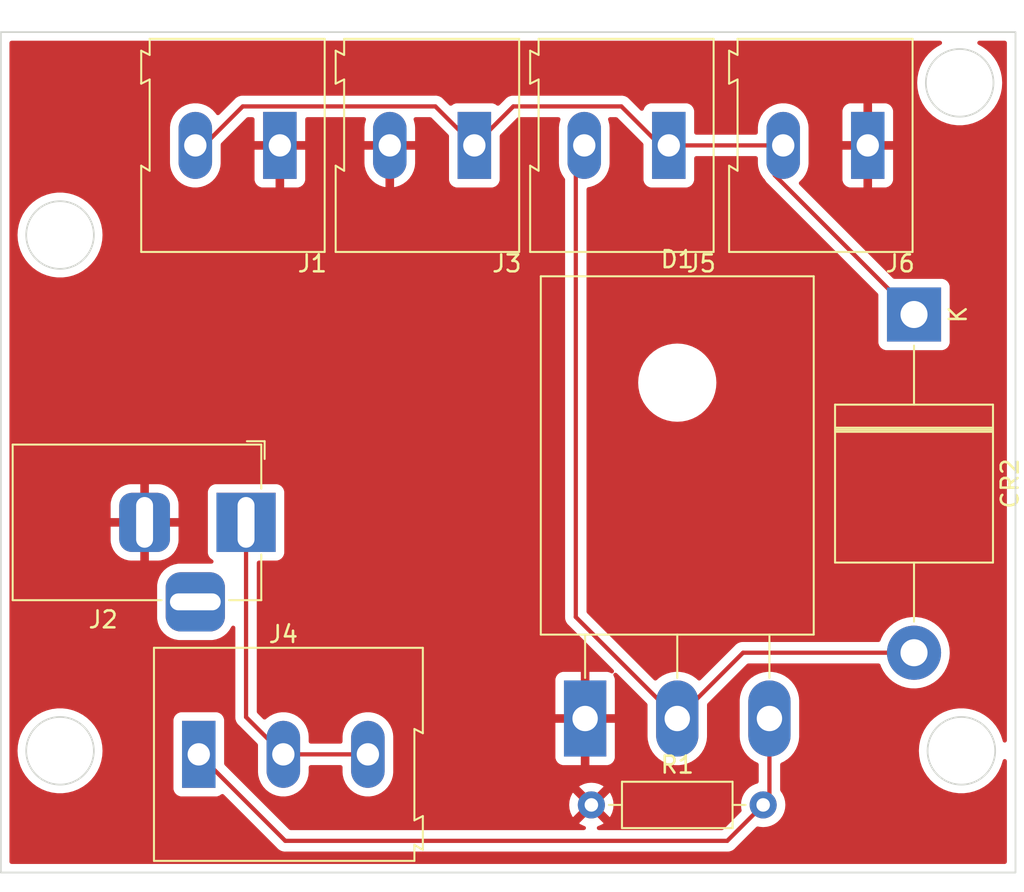
<source format=kicad_pcb>
(kicad_pcb (version 20211014) (generator pcbnew)
  (layers (0 "F.Cu" signal) (31 "B.Cu" signal) (34 "B.Paste" user) (35 "F.Paste" user) (36 "B.SilkS" user "B.Silkscreen") (37 "F.SilkS" user "F.Silkscreen") (38 "B.Mask" user) (39 "F.Mask" user) (44 "Edge.Cuts" user))
  (net 0 "")
  (net 1 "/+390V")
  (net 2 "/0V")
  (net 3 "Net-(CR2-Pad2)")
  (net 4 "Net-(D1-Pad3)")
  (net 5 "/+6V")
  (footprint "Connector_BarrelJack:BarrelJack_Horizontal" (layer "F.Cu") (at 114.5 116.2925)
    (fp_text reference "J2" (at -8.45 5.75) (layer "F.SilkS"))
    (fp_text value "6VIN")
    (fp_line (start 0.9 -4.6) (end 0.9 -2) (layer "F.SilkS") (width 0.12))
    (fp_line (start -13.8 -4.6) (end 0.9 -4.6) (layer "F.SilkS") (width 0.12))
    (fp_line (start 0.05 -4.8) (end 1.1 -4.8) (layer "F.SilkS") (width 0.12))
    (fp_line (start 1.1 -3.75) (end 1.1 -4.8) (layer "F.SilkS") (width 0.12))
    (fp_line (start 0.9 1.9) (end 0.9 4.6) (layer "F.SilkS") (width 0.12))
    (fp_line (start -13.8 4.6) (end -13.8 -4.6) (layer "F.SilkS") (width 0.12))
    (fp_line (start 0.9 4.6) (end -1 4.6) (layer "F.SilkS") (width 0.12))
    (fp_line (start -5 4.6) (end -13.8 4.6) (layer "F.SilkS") (width 0.12))
    (pad "1" thru_hole rect (at 0 0) (size 3.5 3.5) (drill oval 1 3) (layers *.Cu *.Mask) (net 5 "/+6V"))
    (pad "2" thru_hole roundrect (at -6 0) (size 3 3.5) (drill oval 1 3) (layers *.Cu *.Mask) (net 2 "/0V"))
    (pad "3" thru_hole roundrect (at -3 4.7) (size 3.5 3.5) (drill oval 3 1) (layers *.Cu *.Mask))
  )
  (footprint "TerminalBlock:TerminalBlock_Altech_AK300-2_P5.00mm" (layer "F.Cu") (at 151.265 94 180)
    (fp_text reference "J6" (at -1.92 -6.99) (layer "F.SilkS"))
    (fp_text value "Capacitor")
    (fp_line (start 7.7 3.9) (end 7.7 -1.5) (layer "F.SilkS") (width 0.12))
    (fp_line (start 7.7 5.35) (end 8.2 5.6) (layer "F.SilkS") (width 0.12))
    (fp_line (start 8.2 5.6) (end 8.2 3.7) (layer "F.SilkS") (width 0.12))
    (fp_line (start 8.2 -1.2) (end 8.2 -6.3) (layer "F.SilkS") (width 0.12))
    (fp_line (start -2.65 6.3) (end 7.7 6.3) (layer "F.SilkS") (width 0.12))
    (fp_line (start 8.2 3.7) (end 8.2 3.65) (layer "F.SilkS") (width 0.12))
    (fp_line (start 8.2 3.65) (end 7.7 3.9) (layer "F.SilkS") (width 0.12))
    (fp_line (start 7.7 -1.5) (end 8.2 -1.2) (layer "F.SilkS") (width 0.12))
    (fp_line (start 7.7 6.3) (end 7.7 5.35) (layer "F.SilkS") (width 0.12))
    (fp_line (start -2.65 -6.3) (end -2.65 6.3) (layer "F.SilkS") (width 0.12))
    (fp_line (start 8.2 -6.3) (end -2.65 -6.3) (layer "F.SilkS") (width 0.12))
    (pad "1" thru_hole rect (at 0 0 180) (size 1.98 3.96) (drill 1.32) (layers *.Cu *.Mask) (net 2 "/0V"))
    (pad "2" thru_hole oval (at 5 0 180) (size 1.98 3.96) (drill 1.32) (layers *.Cu *.Mask) (net 1 "/+390V"))
  )
  (footprint "Package_TO_SOT_THT:TO-247-3_Horizontal_TabDown" (layer "F.Cu") (at 134.55 127.89)
    (fp_text reference "D1" (at 5.45 -27.15) (layer "F.SilkS"))
    (fp_text value "Q_SCR_KAG")
    (fp_line (start 10.9 -4.96) (end 10.9 -2.4) (layer "F.SilkS") (width 0.12))
    (fp_line (start -2.62 -26.15) (end 13.52 -26.15) (layer "F.SilkS") (width 0.12))
    (fp_line (start 13.52 -26.15) (end 13.52 -4.96) (layer "F.SilkS") (width 0.12))
    (fp_line (start -2.62 -26.15) (end -2.62 -4.96) (layer "F.SilkS") (width 0.12))
    (fp_line (start -2.62 -4.96) (end 13.52 -4.96) (layer "F.SilkS") (width 0.12))
    (fp_line (start 0 -4.96) (end 0 -2.4) (layer "F.SilkS") (width 0.12))
    (fp_line (start 5.45 -4.96) (end 5.45 -2.4) (layer "F.SilkS") (width 0.12))
    (pad "" np_thru_hole oval (at 5.45 -19.86) (size 3.6 3.6) (drill 3.6) (layers *.Cu *.Mask))
    (pad "1" thru_hole rect (at 0 0) (size 2.5 4.5) (drill 1.5) (layers *.Cu *.Mask) (net 2 "/0V"))
    (pad "2" thru_hole oval (at 5.45 0) (size 2.5 4.5) (drill 1.5) (layers *.Cu *.Mask) (net 3 "Net-(CR2-Pad2)"))
    (pad "3" thru_hole oval (at 10.9 0) (size 2.5 4.5) (drill 1.5) (layers *.Cu *.Mask) (net 4 "Net-(D1-Pad3)"))
  )
  (footprint "TerminalBlock:TerminalBlock_Altech_AK300-2_P5.00mm" (layer "F.Cu") (at 116.5 94 180)
    (fp_text reference "J1" (at -1.92 -6.99) (layer "F.SilkS"))
    (fp_text value "Boost Converter")
    (fp_line (start -2.65 6.3) (end 7.7 6.3) (layer "F.SilkS") (width 0.12))
    (fp_line (start -2.65 -6.3) (end -2.65 6.3) (layer "F.SilkS") (width 0.12))
    (fp_line (start 8.2 -1.2) (end 8.2 -6.3) (layer "F.SilkS") (width 0.12))
    (fp_line (start 8.2 -6.3) (end -2.65 -6.3) (layer "F.SilkS") (width 0.12))
    (fp_line (start 7.7 5.35) (end 8.2 5.6) (layer "F.SilkS") (width 0.12))
    (fp_line (start 8.2 5.6) (end 8.2 3.7) (layer "F.SilkS") (width 0.12))
    (fp_line (start 7.7 3.9) (end 7.7 -1.5) (layer "F.SilkS") (width 0.12))
    (fp_line (start 7.7 6.3) (end 7.7 5.35) (layer "F.SilkS") (width 0.12))
    (fp_line (start 8.2 3.7) (end 8.2 3.65) (layer "F.SilkS") (width 0.12))
    (fp_line (start 8.2 3.65) (end 7.7 3.9) (layer "F.SilkS") (width 0.12))
    (fp_line (start 7.7 -1.5) (end 8.2 -1.2) (layer "F.SilkS") (width 0.12))
    (pad "1" thru_hole rect (at 0 0 180) (size 1.98 3.96) (drill 1.32) (layers *.Cu *.Mask) (net 2 "/0V"))
    (pad "2" thru_hole oval (at 5 0 180) (size 1.98 3.96) (drill 1.32) (layers *.Cu *.Mask) (net 1 "/+390V"))
  )
  (footprint "TerminalBlock:TerminalBlock_Altech_AK300-3_P5.00mm" (layer "F.Cu") (at 111.705 130.01)
    (fp_text reference "J4" (at 5 -7.1) (layer "F.SilkS"))
    (fp_text value "Photosensor")
    (fp_line (start 12.75 3.9) (end 12.75 -1.5) (layer "F.SilkS") (width 0.12))
    (fp_line (start 12.75 5.35) (end 13.25 5.65) (layer "F.SilkS") (width 0.12))
    (fp_line (start 13.25 -1.25) (end 13.25 -6.3) (layer "F.SilkS") (width 0.12))
    (fp_line (start -2.65 6.3) (end 12.75 6.3) (layer "F.SilkS") (width 0.12))
    (fp_line (start 13.25 -6.3) (end -2.65 -6.3) (layer "F.SilkS") (width 0.12))
    (fp_line (start 12.75 -1.5) (end 13.25 -1.25) (layer "F.SilkS") (width 0.12))
    (fp_line (start 13.25 5.65) (end 13.25 3.65) (layer "F.SilkS") (width 0.12))
    (fp_line (start 13.25 3.65) (end 12.75 3.9) (layer "F.SilkS") (width 0.12))
    (fp_line (start -2.65 -6.3) (end -2.65 6.3) (layer "F.SilkS") (width 0.12))
    (fp_line (start 12.75 6.3) (end 12.75 5.35) (layer "F.SilkS") (width 0.12))
    (pad "1" thru_hole rect (at 0 0) (size 1.98 3.96) (drill 1.32) (layers *.Cu *.Mask) (net 4 "Net-(D1-Pad3)"))
    (pad "2" thru_hole oval (at 5 0) (size 1.98 3.96) (drill 1.32) (layers *.Cu *.Mask) (net 5 "/+6V"))
    (pad "3" thru_hole oval (at 10 0) (size 1.98 3.96) (drill 1.32) (layers *.Cu *.Mask) (net 5 "/+6V"))
  )
  (footprint "TerminalBlock:TerminalBlock_Altech_AK300-2_P5.00mm" (layer "F.Cu") (at 139.5 94 180)
    (fp_text reference "J5" (at -1.92 -6.99) (layer "F.SilkS"))
    (fp_text value "Coil")
    (fp_line (start 7.7 5.35) (end 8.2 5.6) (layer "F.SilkS") (width 0.12))
    (fp_line (start -2.65 6.3) (end 7.7 6.3) (layer "F.SilkS") (width 0.12))
    (fp_line (start 7.7 6.3) (end 7.7 5.35) (layer "F.SilkS") (width 0.12))
    (fp_line (start 7.7 3.9) (end 7.7 -1.5) (layer "F.SilkS") (width 0.12))
    (fp_line (start 7.7 -1.5) (end 8.2 -1.2) (layer "F.SilkS") (width 0.12))
    (fp_line (start 8.2 -6.3) (end -2.65 -6.3) (layer "F.SilkS") (width 0.12))
    (fp_line (start 8.2 -1.2) (end 8.2 -6.3) (layer "F.SilkS") (width 0.12))
    (fp_line (start 8.2 3.7) (end 8.2 3.65) (layer "F.SilkS") (width 0.12))
    (fp_line (start 8.2 3.65) (end 7.7 3.9) (layer "F.SilkS") (width 0.12))
    (fp_line (start -2.65 -6.3) (end -2.65 6.3) (layer "F.SilkS") (width 0.12))
    (fp_line (start 8.2 5.6) (end 8.2 3.7) (layer "F.SilkS") (width 0.12))
    (pad "1" thru_hole rect (at 0 0 180) (size 1.98 3.96) (drill 1.32) (layers *.Cu *.Mask) (net 1 "/+390V"))
    (pad "2" thru_hole oval (at 5 0 180) (size 1.98 3.96) (drill 1.32) (layers *.Cu *.Mask) (net 3 "Net-(CR2-Pad2)"))
  )
  (footprint "TerminalBlock:TerminalBlock_Altech_AK300-2_P5.00mm" (layer "F.Cu") (at 128 94 180)
    (fp_text reference "J3" (at -1.92 -6.99) (layer "F.SilkS"))
    (fp_text value "Bar Graph")
    (fp_line (start 7.7 3.9) (end 7.7 -1.5) (layer "F.SilkS") (width 0.12))
    (fp_line (start 8.2 5.6) (end 8.2 3.7) (layer "F.SilkS") (width 0.12))
    (fp_line (start 7.7 6.3) (end 7.7 5.35) (layer "F.SilkS") (width 0.12))
    (fp_line (start -2.65 -6.3) (end -2.65 6.3) (layer "F.SilkS") (width 0.12))
    (fp_line (start 7.7 5.35) (end 8.2 5.6) (layer "F.SilkS") (width 0.12))
    (fp_line (start 8.2 -1.2) (end 8.2 -6.3) (layer "F.SilkS") (width 0.12))
    (fp_line (start 8.2 3.65) (end 7.7 3.9) (layer "F.SilkS") (width 0.12))
    (fp_line (start 8.2 -6.3) (end -2.65 -6.3) (layer "F.SilkS") (width 0.12))
    (fp_line (start 7.7 -1.5) (end 8.2 -1.2) (layer "F.SilkS") (width 0.12))
    (fp_line (start -2.65 6.3) (end 7.7 6.3) (layer "F.SilkS") (width 0.12))
    (fp_line (start 8.2 3.7) (end 8.2 3.65) (layer "F.SilkS") (width 0.12))
    (pad "1" thru_hole rect (at 0 0 180) (size 1.98 3.96) (drill 1.32) (layers *.Cu *.Mask) (net 1 "/+390V"))
    (pad "2" thru_hole oval (at 5 0 180) (size 1.98 3.96) (drill 1.32) (layers *.Cu *.Mask) (net 2 "/0V"))
  )
  (footprint "Resistor_THT:R_Axial_DIN0207_L6.3mm_D2.5mm_P10.16mm_Horizontal" (layer "F.Cu") (at 134.92 133)
    (fp_text reference "R1" (at 5.08 -2.37) (layer "F.SilkS"))
    (fp_text value "10R")
    (fp_line (start 1.81 1.37) (end 8.35 1.37) (layer "F.SilkS") (width 0.12))
    (fp_line (start 9.12 0) (end 8.35 0) (layer "F.SilkS") (width 0.12))
    (fp_line (start 1.81 -1.37) (end 1.81 1.37) (layer "F.SilkS") (width 0.12))
    (fp_line (start 8.35 1.37) (end 8.35 -1.37) (layer "F.SilkS") (width 0.12))
    (fp_line (start 1.04 0) (end 1.81 0) (layer "F.SilkS") (width 0.12))
    (fp_line (start 8.35 -1.37) (end 1.81 -1.37) (layer "F.SilkS") (width 0.12))
    (pad "1" thru_hole circle (at 0 0) (size 1.6 1.6) (drill 0.8) (layers *.Cu *.Mask) (net 2 "/0V"))
    (pad "2" thru_hole oval (at 10.16 0) (size 1.6 1.6) (drill 0.8) (layers *.Cu *.Mask) (net 4 "Net-(D1-Pad3)"))
  )
  (footprint "Diode_THT:D_P600_R-6_P20.00mm_Horizontal" (layer "F.Cu") (at 154 104 -90)
    (fp_text reference "CR2" (at 10 -5.67 90) (layer "F.SilkS"))
    (fp_text value "6A10-G")
    (fp_text user "K" (at 0 -2.6 90) (layer "F.SilkS"))
    (fp_line (start 14.67 -4.67) (end 5.33 -4.67) (layer "F.SilkS") (width 0.12))
    (fp_line (start 6.695 -4.67) (end 6.695 4.67) (layer "F.SilkS") (width 0.12))
    (fp_line (start 14.67 4.67) (end 14.67 -4.67) (layer "F.SilkS") (width 0.12))
    (fp_line (start 6.815 -4.67) (end 6.815 4.67) (layer "F.SilkS") (width 0.12))
    (fp_line (start 5.33 -4.67) (end 5.33 4.67) (layer "F.SilkS") (width 0.12))
    (fp_line (start 6.935 -4.67) (end 6.935 4.67) (layer "F.SilkS") (width 0.12))
    (fp_line (start 1.84 0) (end 5.33 0) (layer "F.SilkS") (width 0.12))
    (fp_line (start 18.16 0) (end 14.67 0) (layer "F.SilkS") (width 0.12))
    (fp_line (start 5.33 4.67) (end 14.67 4.67) (layer "F.SilkS") (width 0.12))
    (pad "1" thru_hole rect (at 0 0 270) (size 3.2 3.2) (drill 1.6) (layers *.Cu *.Mask) (net 1 "/+390V"))
    (pad "2" thru_hole oval (at 20 0 270) (size 3.2 3.2) (drill 1.6) (layers *.Cu *.Mask) (net 3 "Net-(CR2-Pad2)"))
  )
  (gr_circle (center 156.8 129.8) (end 158.8 129.8) (layer "Edge.Cuts") (width 0.1) (fill none))
  (gr_circle (center 103.5 99.3) (end 105.5 99.3) (layer "Edge.Cuts") (width 0.1) (fill none))
  (gr_circle (center 156.7 90.3) (end 158.7 90.3) (layer "Edge.Cuts") (width 0.1) (fill none))
  (gr_rect (start 100 87.3) (end 160 137) (layer "Edge.Cuts") (width 0.1) (fill none))
  (gr_circle (center 103.5 129.8) (end 105.5 129.8) (layer "Edge.Cuts") (width 0.1) (fill none))
  (segment (start 112 94) (end 114.305 91.695) (width 0.25) (layer "F.Cu") (net 1))
  (segment (start 130.305 91.695) (end 136.695 91.695) (width 0.25) (layer "F.Cu") (net 1))
  (segment (start 154 104) (end 145.765 95.765) (width 0.25) (layer "F.Cu") (net 1))
  (segment (start 128 94) (end 130.305 91.695) (width 0.25) (layer "F.Cu") (net 1))
  (segment (start 145.765 95.765) (end 145.765 94) (width 0.25) (layer "F.Cu") (net 1))
  (segment (start 136.695 91.695) (end 139 94) (width 0.25) (layer "F.Cu") (net 1))
  (segment (start 139 94) (end 145.765 94) (width 0.25) (layer "F.Cu") (net 1))
  (segment (start 125.695 91.695) (end 128 94) (width 0.25) (layer "F.Cu") (net 1))
  (segment (start 114.305 91.695) (end 125.695 91.695) (width 0.25) (layer "F.Cu") (net 1))
  (segment (start 134 94) (end 134 121.89) (width 0.25) (layer "F.Cu") (net 3))
  (segment (start 143.89 124) (end 140 127.89) (width 0.25) (layer "F.Cu") (net 3))
  (segment (start 154 124) (end 143.89 124) (width 0.25) (layer "F.Cu") (net 3))
  (segment (start 134 121.89) (end 140 127.89) (width 0.25) (layer "F.Cu") (net 3))
  (segment (start 145.08 133) (end 145.45 132.63) (width 0.25) (layer "F.Cu") (net 4))
  (segment (start 111.705 130.01) (end 116.82 135.125) (width 0.25) (layer "F.Cu") (net 4))
  (segment (start 142.955 135.125) (end 145.08 133) (width 0.25) (layer "F.Cu") (net 4))
  (segment (start 145.45 132.63) (end 145.45 127.89) (width 0.25) (layer "F.Cu") (net 4))
  (segment (start 116.82 135.125) (end 142.955 135.125) (width 0.25) (layer "F.Cu") (net 4))
  (segment (start 114.5 116.2925) (end 114.5 127.805) (width 0.25) (layer "F.Cu") (net 5))
  (segment (start 114.5 127.805) (end 116.705 130.01) (width 0.25) (layer "F.Cu") (net 5))
  (segment (start 116.705 130.01) (end 121.705 130.01) (width 0.25) (layer "F.Cu") (net 5))
  (zone (net 2) (net_name "/0V") (layer "F.Cu") (connect_pads (clearance 0.508)) (min_thickness 0.254) (fill yes (thermal_gap 0.508) (thermal_bridge_width 0.508))
    (polygon (pts (xy 160 137) (xy 100 137) (xy 100 87.3) (xy 160 87.3)))
  )
)
</source>
